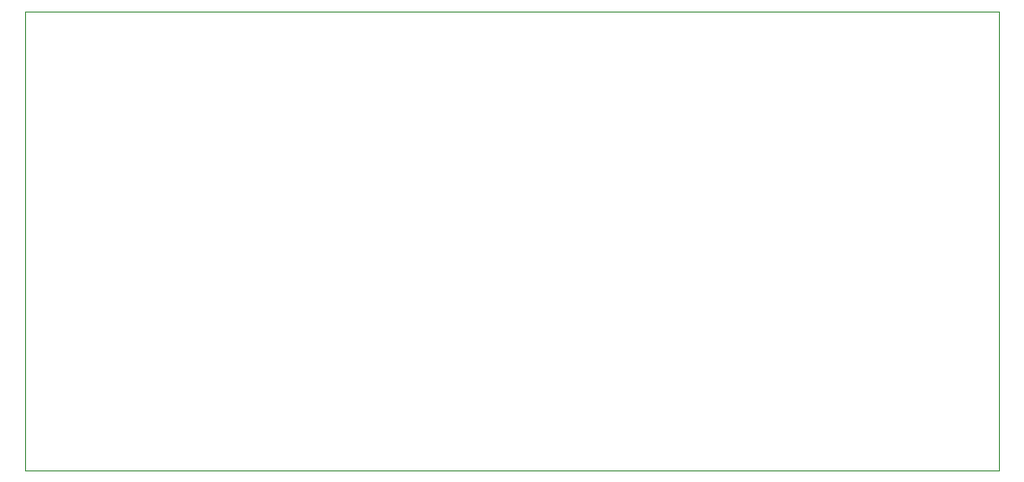
<source format=gbr>
%TF.GenerationSoftware,KiCad,Pcbnew,8.0.0*%
%TF.CreationDate,2024-03-15T18:20:19-04:00*%
%TF.ProjectId,Power_Breakout,506f7765-725f-4427-9265-616b6f75742e,v2*%
%TF.SameCoordinates,Original*%
%TF.FileFunction,Profile,NP*%
%FSLAX46Y46*%
G04 Gerber Fmt 4.6, Leading zero omitted, Abs format (unit mm)*
G04 Created by KiCad (PCBNEW 8.0.0) date 2024-03-15 18:20:19*
%MOMM*%
%LPD*%
G01*
G04 APERTURE LIST*
%TA.AperFunction,Profile*%
%ADD10C,0.050000*%
%TD*%
G04 APERTURE END LIST*
D10*
X117119400Y-119900000D02*
X117119400Y-160200000D01*
X117119400Y-160200000D02*
X202615800Y-160200000D01*
X202615800Y-160200000D02*
X202615800Y-119900000D01*
X202615800Y-119900000D02*
X117119400Y-119900000D01*
M02*

</source>
